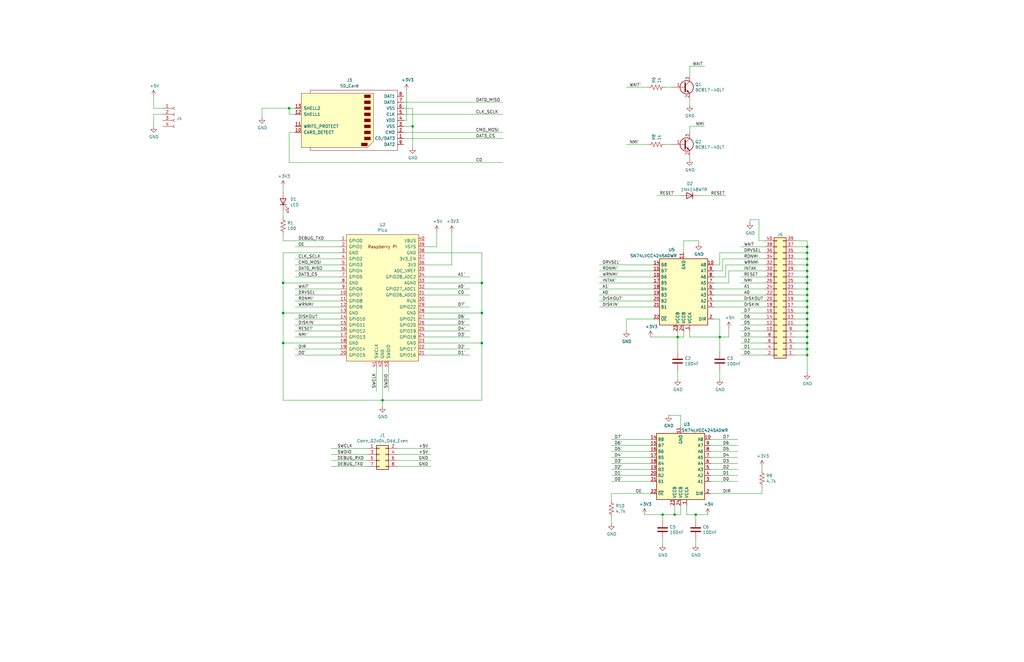
<source format=kicad_sch>
(kicad_sch (version 20211123) (generator eeschema)
  (paper "B")
  (lib_symbols
    (symbol "Connector:Conn_01x04_Female" (pin_names (offset 1.016) hide)
      (property "Reference" "J" (at 0 5.08 0))
      (property "Value" "Conn_01x04_Female" (at 0 -7.62 0))
      (symbol "Conn_01x04_Female_1_1"
        (arc (start 0 -4.572) (mid -0.508 -5.08) (end 0 -5.588) (stroke (width 0.1524)))
        (arc (start 0 -2.032) (mid -0.508 -2.54) (end 0 -3.048) (stroke (width 0.1524)))
        (polyline (pts (xy -1.27 -5.08) (xy -0.508 -5.08)) (stroke (width 0.1524)))
        (polyline (pts (xy -1.27 -2.54) (xy -0.508 -2.54)) (stroke (width 0.1524)))
        (polyline (pts (xy -1.27 0) (xy -0.508 0)) (stroke (width 0.1524)))
        (polyline (pts (xy -1.27 2.54) (xy -0.508 2.54)) (stroke (width 0.1524)))
        (arc (start 0 0.508) (mid -0.508 0) (end 0 -0.508) (stroke (width 0.1524)))
        (arc (start 0 3.048) (mid -0.508 2.54) (end 0 2.032) (stroke (width 0.1524)))
        (pin passive line (at -5.08 2.54 0) (length 3.81) (name "Pin_1") (number "1"))
        (pin passive line (at -5.08 0 0) (length 3.81) (name "Pin_2") (number "2"))
        (pin passive line (at -5.08 -2.54 0) (length 3.81) (name "Pin_3") (number "3"))
        (pin passive line (at -5.08 -5.08 0) (length 3.81) (name "Pin_4") (number "4"))
      )
    )
    (symbol "Connector:SD_Card" (pin_names (offset 1.016))
      (property "Reference" "J" (at -16.51 13.97 0))
      (property "Value" "SD_Card" (at 15.24 -13.97 0))
      (symbol "SD_Card_0_1"
        (rectangle (start -8.89 -9.525) (end -6.35 -10.795) (fill (type outline)))
        (rectangle (start -8.89 -6.985) (end -6.35 -8.255) (fill (type outline)))
        (rectangle (start -8.89 -4.445) (end -6.35 -5.715) (fill (type outline)))
        (rectangle (start -8.89 -1.905) (end -6.35 -3.175) (fill (type outline)))
        (rectangle (start -8.89 0.635) (end -6.35 -0.635) (fill (type outline)))
        (rectangle (start -8.89 3.175) (end -6.35 1.905) (fill (type outline)))
        (rectangle (start -8.89 5.715) (end -6.35 4.445) (fill (type outline)))
        (rectangle (start -8.89 8.255) (end -6.35 6.985) (fill (type outline)))
        (rectangle (start -7.62 10.795) (end -5.08 9.525) (fill (type outline)))
        (polyline (pts (xy -10.16 8.89) (xy -7.62 11.43) (xy 20.32 11.43) (xy 20.32 -11.43) (xy -10.16 -11.43) (xy -10.16 8.89)) (fill (type background)))
        (polyline (pts (xy 16.51 11.43) (xy 16.51 12.7) (xy -20.32 12.7) (xy -20.32 -12.7) (xy 16.51 -12.7) (xy 16.51 -11.43)))
      )
      (symbol "SD_Card_1_1"
        (pin input line (at -22.86 7.62 0) (length 2.54) (name "CD/DAT3") (number "1"))
        (pin input line (at 22.86 5.08 180) (length 2.54) (name "CARD_DETECT") (number "10"))
        (pin input line (at 22.86 2.54 180) (length 2.54) (name "WRITE_PROTECT") (number "11"))
        (pin input line (at 22.86 -2.54 180) (length 2.54) (name "SHELL1") (number "12"))
        (pin input line (at 22.86 -5.08 180) (length 2.54) (name "SHELL2") (number "13"))
        (pin input line (at -22.86 5.08 0) (length 2.54) (name "CMD") (number "2"))
        (pin power_in line (at -22.86 2.54 0) (length 2.54) (name "VSS") (number "3"))
        (pin power_in line (at -22.86 0 0) (length 2.54) (name "VDD") (number "4"))
        (pin input line (at -22.86 -2.54 0) (length 2.54) (name "CLK") (number "5"))
        (pin power_in line (at -22.86 -5.08 0) (length 2.54) (name "VSS") (number "6"))
        (pin input line (at -22.86 -7.62 0) (length 2.54) (name "DAT0") (number "7"))
        (pin input line (at -22.86 -10.16 0) (length 2.54) (name "DAT1") (number "8"))
        (pin input line (at -22.86 10.16 0) (length 2.54) (name "DAT2") (number "9"))
      )
    )
    (symbol "Connector_Generic:Conn_02x04_Odd_Even" (pin_names (offset 1.016) hide)
      (property "Reference" "J" (at 1.27 5.08 0))
      (property "Value" "Conn_02x04_Odd_Even" (at 1.27 -7.62 0))
      (symbol "Conn_02x04_Odd_Even_1_1"
        (rectangle (start -1.27 -4.953) (end 0 -5.207) (stroke (width 0.1524)))
        (rectangle (start -1.27 -2.413) (end 0 -2.667) (stroke (width 0.1524)))
        (rectangle (start -1.27 0.127) (end 0 -0.127) (stroke (width 0.1524)))
        (rectangle (start -1.27 2.667) (end 0 2.413) (stroke (width 0.1524)))
        (rectangle (start -1.27 3.81) (end 3.81 -6.35) (stroke (width 0.254)) (fill (type background)))
        (rectangle (start 3.81 -4.953) (end 2.54 -5.207) (stroke (width 0.1524)))
        (rectangle (start 3.81 -2.413) (end 2.54 -2.667) (stroke (width 0.1524)))
        (rectangle (start 3.81 0.127) (end 2.54 -0.127) (stroke (width 0.1524)))
        (rectangle (start 3.81 2.667) (end 2.54 2.413) (stroke (width 0.1524)))
        (pin passive line (at -5.08 2.54 0) (length 3.81) (name "Pin_1") (number "1"))
        (pin passive line (at 7.62 2.54 180) (length 3.81) (name "Pin_2") (number "2"))
        (pin passive line (at -5.08 0 0) (length 3.81) (name "Pin_3") (number "3"))
        (pin passive line (at 7.62 0 180) (length 3.81) (name "Pin_4") (number "4"))
        (pin passive line (at -5.08 -2.54 0) (length 3.81) (name "Pin_5") (number "5"))
        (pin passive line (at 7.62 -2.54 180) (length 3.81) (name "Pin_6") (number "6"))
        (pin passive line (at -5.08 -5.08 0) (length 3.81) (name "Pin_7") (number "7"))
        (pin passive line (at 7.62 -5.08 180) (length 3.81) (name "Pin_8") (number "8"))
      )
    )
    (symbol "Connector_Generic:Conn_02x20_Odd_Even" (pin_names (offset 1.016) hide)
      (property "Reference" "J" (at 1.27 25.4 0))
      (property "Value" "Conn_02x20_Odd_Even" (at 1.27 -27.94 0))
      (symbol "Conn_02x20_Odd_Even_1_1"
        (rectangle (start -1.27 -25.273) (end 0 -25.527) (stroke (width 0.1524)))
        (rectangle (start -1.27 -22.733) (end 0 -22.987) (stroke (width 0.1524)))
        (rectangle (start -1.27 -20.193) (end 0 -20.447) (stroke (width 0.1524)))
        (rectangle (start -1.27 -17.653) (end 0 -17.907) (stroke (width 0.1524)))
        (rectangle (start -1.27 -15.113) (end 0 -15.367) (stroke (width 0.1524)))
        (rectangle (start -1.27 -12.573) (end 0 -12.827) (stroke (width 0.1524)))
        (rectangle (start -1.27 -10.033) (end 0 -10.287) (stroke (width 0.1524)))
        (rectangle (start -1.27 -7.493) (end 0 -7.747) (stroke (width 0.1524)))
        (rectangle (start -1.27 -4.953) (end 0 -5.207) (stroke (width 0.1524)))
        (rectangle (start -1.27 -2.413) (end 0 -2.667) (stroke (width 0.1524)))
        (rectangle (start -1.27 0.127) (end 0 -0.127) (stroke (width 0.1524)))
        (rectangle (start -1.27 2.667) (end 0 2.413) (stroke (width 0.1524)))
        (rectangle (start -1.27 5.207) (end 0 4.953) (stroke (width 0.1524)))
        (rectangle (start -1.27 7.747) (end 0 7.493) (stroke (width 0.1524)))
        (rectangle (start -1.27 10.287) (end 0 10.033) (stroke (width 0.1524)))
        (rectangle (start -1.27 12.827) (end 0 12.573) (stroke (width 0.1524)))
        (rectangle (start -1.27 15.367) (end 0 15.113) (stroke (width 0.1524)))
        (rectangle (start -1.27 17.907) (end 0 17.653) (stroke (width 0.1524)))
        (rectangle (start -1.27 20.447) (end 0 20.193) (stroke (width 0.1524)))
        (rectangle (start -1.27 22.987) (end 0 22.733) (stroke (width 0.1524)))
        (rectangle (start -1.27 24.13) (end 3.81 -26.67) (stroke (width 0.254)) (fill (type background)))
        (rectangle (start 3.81 -25.273) (end 2.54 -25.527) (stroke (width 0.1524)))
        (rectangle (start 3.81 -22.733) (end 2.54 -22.987) (stroke (width 0.1524)))
        (rectangle (start 3.81 -20.193) (end 2.54 -20.447) (stroke (width 0.1524)))
        (rectangle (start 3.81 -17.653) (end 2.54 -17.907) (stroke (width 0.1524)))
        (rectangle (start 3.81 -15.113) (end 2.54 -15.367) (stroke (width 0.1524)))
        (rectangle (start 3.81 -12.573) (end 2.54 -12.827) (stroke (width 0.1524)))
        (rectangle (start 3.81 -10.033) (end 2.54 -10.287) (stroke (width 0.1524)))
        (rectangle (start 3.81 -7.493) (end 2.54 -7.747) (stroke (width 0.1524)))
        (rectangle (start 3.81 -4.953) (end 2.54 -5.207) (stroke (width 0.1524)))
        (rectangle (start 3.81 -2.413) (end 2.54 -2.667) (stroke (width 0.1524)))
        (rectangle (start 3.81 0.127) (end 2.54 -0.127) (stroke (width 0.1524)))
        (rectangle (start 3.81 2.667) (end 2.54 2.413) (stroke (width 0.1524)))
        (rectangle (start 3.81 5.207) (end 2.54 4.953) (stroke (width 0.1524)))
        (rectangle (start 3.81 7.747) (end 2.54 7.493) (stroke (width 0.1524)))
        (rectangle (start 3.81 10.287) (end 2.54 10.033) (stroke (width 0.1524)))
        (rectangle (start 3.81 12.827) (end 2.54 12.573) (stroke (width 0.1524)))
        (rectangle (start 3.81 15.367) (end 2.54 15.113) (stroke (width 0.1524)))
        (rectangle (start 3.81 17.907) (end 2.54 17.653) (stroke (width 0.1524)))
        (rectangle (start 3.81 20.447) (end 2.54 20.193) (stroke (width 0.1524)))
        (rectangle (start 3.81 22.987) (end 2.54 22.733) (stroke (width 0.1524)))
        (pin passive line (at -5.08 22.86 0) (length 3.81) (name "Pin_1") (number "1"))
        (pin passive line (at 7.62 12.7 180) (length 3.81) (name "Pin_10") (number "10"))
        (pin passive line (at -5.08 10.16 0) (length 3.81) (name "Pin_11") (number "11"))
        (pin passive line (at 7.62 10.16 180) (length 3.81) (name "Pin_12") (number "12"))
        (pin passive line (at -5.08 7.62 0) (length 3.81) (name "Pin_13") (number "13"))
        (pin passive line (at 7.62 7.62 180) (length 3.81) (name "Pin_14") (number "14"))
        (pin passive line (at -5.08 5.08 0) (length 3.81) (name "Pin_15") (number "15"))
        (pin passive line (at 7.62 5.08 180) (length 3.81) (name "Pin_16") (number "16"))
        (pin passive line (at -5.08 2.54 0) (length 3.81) (name "Pin_17") (number "17"))
        (pin passive line (at 7.62 2.54 180) (length 3.81) (name "Pin_18") (number "18"))
        (pin passive line (at -5.08 0 0) (length 3.81) (name "Pin_19") (number "19"))
        (pin passive line (at 7.62 22.86 180) (length 3.81) (name "Pin_2") (number "2"))
        (pin passive line (at 7.62 0 180) (length 3.81) (name "Pin_20") (number "20"))
        (pin passive line (at -5.08 -2.54 0) (length 3.81) (name "Pin_21") (number "21"))
        (pin passive line (at 7.62 -2.54 180) (length 3.81) (name "Pin_22") (number "22"))
        (pin passive line (at -5.08 -5.08 0) (length 3.81) (name "Pin_23") (number "23"))
        (pin passive line (at 7.62 -5.08 180) (length 3.81) (name "Pin_24") (number "24"))
        (pin passive line (at -5.08 -7.62 0) (length 3.81) (name "Pin_25") (number "25"))
        (pin passive line (at 7.62 -7.62 180) (length 3.81) (name "Pin_26") (number "26"))
        (pin passive line (at -5.08 -10.16 0) (length 3.81) (name "Pin_27") (number "27"))
        (pin passive line (at 7.62 -10.16 180) (length 3.81) (name "Pin_28") (number "28"))
        (pin passive line (at -5.08 -12.7 0) (length 3.81) (name "Pin_29") (number "29"))
        (pin passive line (at -5.08 20.32 0) (length 3.81) (name "Pin_3") (number "3"))
        (pin passive line (at 7.62 -12.7 180) (length 3.81) (name "Pin_30") (number "30"))
        (pin passive line (at -5.08 -15.24 0) (length 3.81) (name "Pin_31") (number "31"))
        (pin passive line (at 7.62 -15.24 180) (length 3.81) (name "Pin_32") (number "32"))
        (pin passive line (at -5.08 -17.78 0) (length 3.81) (name "Pin_33") (number "33"))
        (pin passive line (at 7.62 -17.78 180) (length 3.81) (name "Pin_34") (number "34"))
        (pin passive line (at -5.08 -20.32 0) (length 3.81) (name "Pin_35") (number "35"))
        (pin passive line (at 7.62 -20.32 180) (length 3.81) (name "Pin_36") (number "36"))
        (pin passive line (at -5.08 -22.86 0) (length 3.81) (name "Pin_37") (number "37"))
        (pin passive line (at 7.62 -22.86 180) (length 3.81) (name "Pin_38") (number "38"))
        (pin passive line (at -5.08 -25.4 0) (length 3.81) (name "Pin_39") (number "39"))
        (pin passive line (at 7.62 20.32 180) (length 3.81) (name "Pin_4") (number "4"))
        (pin passive line (at 7.62 -25.4 180) (length 3.81) (name "Pin_40") (number "40"))
        (pin passive line (at -5.08 17.78 0) (length 3.81) (name "Pin_5") (number "5"))
        (pin passive line (at 7.62 17.78 180) (length 3.81) (name "Pin_6") (number "6"))
        (pin passive line (at -5.08 15.24 0) (length 3.81) (name "Pin_7") (number "7"))
        (pin passive line (at 7.62 15.24 180) (length 3.81) (name "Pin_8") (number "8"))
        (pin passive line (at -5.08 12.7 0) (length 3.81) (name "Pin_9") (number "9"))
      )
    )
    (symbol "Device:C" (pin_numbers hide) (pin_names (offset 0.254))
      (property "Reference" "C" (at 0.635 2.54 0))
      (property "Value" "C" (at 0.635 -2.54 0))
      (symbol "C_0_1"
        (polyline (pts (xy -2.032 -0.762) (xy 2.032 -0.762)) (stroke (width 0.508)))
        (polyline (pts (xy -2.032 0.762) (xy 2.032 0.762)) (stroke (width 0.508)))
      )
      (symbol "C_1_1"
        (pin passive line (at 0 3.81 270) (length 2.794) (name "~") (number "1"))
        (pin passive line (at 0 -3.81 90) (length 2.794) (name "~") (number "2"))
      )
    )
    (symbol "Device:LED" (pin_numbers hide) (pin_names (offset 1.016) hide)
      (property "Reference" "D" (at 0 2.54 0))
      (property "Value" "LED" (at 0 -2.54 0))
      (symbol "LED_0_1"
        (polyline (pts (xy -1.27 -1.27) (xy -1.27 1.27)) (stroke (width 0.254)))
        (polyline (pts (xy -1.27 0) (xy 1.27 0)))
        (polyline (pts (xy 1.27 -1.27) (xy 1.27 1.27) (xy -1.27 0) (xy 1.27 -1.27)) (stroke (width 0.254)))
        (polyline (pts (xy -3.048 -0.762) (xy -4.572 -2.286) (xy -3.81 -2.286) (xy -4.572 -2.286) (xy -4.572 -1.524)))
        (polyline (pts (xy -1.778 -0.762) (xy -3.302 -2.286) (xy -2.54 -2.286) (xy -3.302 -2.286) (xy -3.302 -1.524)))
      )
      (symbol "LED_1_1"
        (pin passive line (at -3.81 0 0) (length 2.54) (name "K") (number "1"))
        (pin passive line (at 3.81 0 180) (length 2.54) (name "A") (number "2"))
      )
    )
    (symbol "Device:R_US" (pin_numbers hide) (pin_names (offset 0))
      (property "Reference" "R" (at 2.54 0 90))
      (property "Value" "R_US" (at -2.54 0 90))
      (symbol "R_US_0_1"
        (polyline (pts (xy 0 -2.286) (xy 0 -2.54)))
        (polyline (pts (xy 0 2.286) (xy 0 2.54)))
        (polyline (pts (xy 0 -0.762) (xy 1.016 -1.143) (xy 0 -1.524) (xy -1.016 -1.905) (xy 0 -2.286)))
        (polyline (pts (xy 0 0.762) (xy 1.016 0.381) (xy 0 0) (xy -1.016 -0.381) (xy 0 -0.762)))
        (polyline (pts (xy 0 2.286) (xy 1.016 1.905) (xy 0 1.524) (xy -1.016 1.143) (xy 0 0.762)))
      )
      (symbol "R_US_1_1"
        (pin passive line (at 0 3.81 270) (length 1.27) (name "~") (number "1"))
        (pin passive line (at 0 -3.81 90) (length 1.27) (name "~") (number "2"))
      )
    )
    (symbol "Diode:1N914" (pin_numbers hide) (pin_names (offset 1.016) hide)
      (property "Reference" "D" (at 0 2.54 0))
      (property "Value" "1N914" (at 0 -2.54 0))
      (symbol "1N914_0_1"
        (polyline (pts (xy -1.27 1.27) (xy -1.27 -1.27)) (stroke (width 0.254)))
        (polyline (pts (xy 1.27 0) (xy -1.27 0)))
        (polyline (pts (xy 1.27 1.27) (xy 1.27 -1.27) (xy -1.27 0) (xy 1.27 1.27)) (stroke (width 0.254)))
      )
      (symbol "1N914_1_1"
        (pin passive line (at -3.81 0 0) (length 2.54) (name "K") (number "1"))
        (pin passive line (at 3.81 0 180) (length 2.54) (name "A") (number "2"))
      )
    )
    (symbol "Logic_LevelTranslator:SN74AVC8T245PW"
      (property "Reference" "U" (at -8.89 13.97 0))
      (property "Value" "SN74AVC8T245PW" (at 12.7 13.97 0))
      (symbol "SN74AVC8T245PW_0_1"
        (rectangle (start -10.16 12.7) (end 10.16 -15.24) (stroke (width 0.254)) (fill (type background)))
      )
      (symbol "SN74AVC8T245PW_1_1"
        (pin power_in line (at -2.54 15.24 270) (length 2.54) (name "VCCA") (number "1"))
        (pin bidirectional line (at -12.7 -12.7 0) (length 2.54) (name "A8") (number "10"))
        (pin power_in line (at 0 -17.78 90) (length 2.54) (name "GND") (number "11"))
        (pin passive line (at 0 -17.78 90) (length 2.54) hide (name "GND") (number "12"))
        (pin passive line (at 0 -17.78 90) (length 2.54) hide (name "GND") (number "13"))
        (pin bidirectional line (at 12.7 -12.7 180) (length 2.54) (name "B8") (number "14"))
        (pin bidirectional line (at 12.7 -10.16 180) (length 2.54) (name "B7") (number "15"))
        (pin bidirectional line (at 12.7 -7.62 180) (length 2.54) (name "B6") (number "16"))
        (pin bidirectional line (at 12.7 -5.08 180) (length 2.54) (name "B5") (number "17"))
        (pin bidirectional line (at 12.7 -2.54 180) (length 2.54) (name "B4") (number "18"))
        (pin bidirectional line (at 12.7 0 180) (length 2.54) (name "B3") (number "19"))
        (pin input line (at -12.7 10.16 0) (length 2.54) (name "DIR") (number "2"))
        (pin bidirectional line (at 12.7 2.54 180) (length 2.54) (name "B2") (number "20"))
        (pin bidirectional line (at 12.7 5.08 180) (length 2.54) (name "B1") (number "21"))
        (pin input line (at 12.7 10.16 180) (length 2.54) (name "~{OE}") (number "22"))
        (pin power_in line (at 2.54 15.24 270) (length 2.54) (name "VCCB") (number "23"))
        (pin power_in line (at 0 15.24 270) (length 2.54) (name "VCCB") (number "24"))
        (pin bidirectional line (at -12.7 5.08 0) (length 2.54) (name "A1") (number "3"))
        (pin bidirectional line (at -12.7 2.54 0) (length 2.54) (name "A2") (number "4"))
        (pin bidirectional line (at -12.7 0 0) (length 2.54) (name "A3") (number "5"))
        (pin bidirectional line (at -12.7 -2.54 0) (length 2.54) (name "A4") (number "6"))
        (pin bidirectional line (at -12.7 -5.08 0) (length 2.54) (name "A5") (number "7"))
        (pin bidirectional line (at -12.7 -7.62 0) (length 2.54) (name "A6") (number "8"))
        (pin bidirectional line (at -12.7 -10.16 0) (length 2.54) (name "A7") (number "9"))
      )
    )
    (symbol "MCU_PI_PICO:Pico" (pin_names (offset 1.016))
      (property "Reference" "U" (at -13.97 27.94 0))
      (property "Value" "Pico" (at 0 19.05 0))
      (symbol "Pico_0_0"
        (text "Raspberry Pi" (at 0 21.59 0) (effects (font (size 1.27 1.27))))
      )
      (symbol "Pico_0_1"
        (rectangle (start -15.24 26.67) (end 15.24 -26.67) (fill (type background)))
      )
      (symbol "Pico_1_1"
        (pin bidirectional line (at -17.78 24.13 0) (length 2.54) (name "GPIO0") (number "1"))
        (pin bidirectional line (at -17.78 1.27 0) (length 2.54) (name "GPIO7") (number "10"))
        (pin bidirectional line (at -17.78 -1.27 0) (length 2.54) (name "GPIO8") (number "11"))
        (pin bidirectional line (at -17.78 -3.81 0) (length 2.54) (name "GPIO9") (number "12"))
        (pin power_in line (at -17.78 -6.35 0) (length 2.54) (name "GND") (number "13"))
        (pin bidirectional line (at -17.78 -8.89 0) (length 2.54) (name "GPIO10") (number "14"))
        (pin bidirectional line (at -17.78 -11.43 0) (length 2.54) (name "GPIO11") (number "15"))
        (pin bidirectional line (at -17.78 -13.97 0) (length 2.54) (name "GPIO12") (number "16"))
        (pin bidirectional line (at -17.78 -16.51 0) (length 2.54) (name "GPIO13") (number "17"))
        (pin power_in line (at -17.78 -19.05 0) (length 2.54) (name "GND") (number "18"))
        (pin bidirectional line (at -17.78 -21.59 0) (length 2.54) (name "GPIO14") (number "19"))
        (pin bidirectional line (at -17.78 21.59 0) (length 2.54) (name "GPIO1") (number "2"))
        (pin bidirectional line (at -17.78 -24.13 0) (length 2.54) (name "GPIO15") (number "20"))
        (pin bidirectional line (at 17.78 -24.13 180) (length 2.54) (name "GPIO16") (number "21"))
        (pin bidirectional line (at 17.78 -21.59 180) (length 2.54) (name "GPIO17") (number "22"))
        (pin power_in line (at 17.78 -19.05 180) (length 2.54) (name "GND") (number "23"))
        (pin bidirectional line (at 17.78 -16.51 180) (length 2.54) (name "GPIO18") (number "24"))
        (pin bidirectional line (at 17.78 -13.97 180) (length 2.54) (name "GPIO19") (number "25"))
        (pin bidirectional line (at 17.78 -11.43 180) (length 2.54) (name "GPIO20") (number "26"))
        (pin bidirectional line (at 17.78 -8.89 180) (length 2.54) (name "GPIO21") (number "27"))
        (pin power_in line (at 17.78 -6.35 180) (length 2.54) (name "GND") (number "28"))
        (pin bidirectional line (at 17.78 -3.81 180) (length 2.54) (name "GPIO22") (number "29"))
        (pin power_in line (at -17.78 19.05 0) (length 2.54) (name "GND") (number "3"))
        (pin input line (at 17.78 -1.27 180) (length 2.54) (name "RUN") (number "30"))
        (pin bidirectional line (at 17.78 1.27 180) (length 2.54) (name "GPIO26_ADC0") (number "31"))
        (pin bidirectional line (at 17.78 3.81 180) (length 2.54) (name "GPIO27_ADC1") (number "32"))
        (pin power_in line (at 17.78 6.35 180) (length 2.54) (name "AGND") (number "33"))
        (pin bidirectional line (at 17.78 8.89 180) (length 2.54) (name "GPIO28_ADC2") (number "34"))
        (pin unspecified line (at 17.78 11.43 180) (length 2.54) (name "ADC_VREF") (number "35"))
        (pin unspecified line (at 17.78 13.97 180) (length 2.54) (name "3V3") (number "36"))
        (pin input line (at 17.78 16.51 180) (length 2.54) (name "3V3_EN") (number "37"))
        (pin bidirectional line (at 17.78 19.05 180) (length 2.54) (name "GND") (number "38"))
        (pin unspecified line (at 17.78 21.59 180) (length 2.54) (name "VSYS") (number "39"))
        (pin bidirectional line (at -17.78 16.51 0) (length 2.54) (name "GPIO2") (number "4"))
        (pin unspecified line (at 17.78 24.13 180) (length 2.54) (name "VBUS") (number "40"))
        (pin input line (at -2.54 -29.21 90) (length 2.54) (name "SWCLK") (number "41"))
        (pin power_in line (at 0 -29.21 90) (length 2.54) (name "GND") (number "42"))
        (pin bidirectional line (at 2.54 -29.21 90) (length 2.54) (name "SWDIO") (number "43"))
        (pin bidirectional line (at -17.78 13.97 0) (length 2.54) (name "GPIO3") (number "5"))
        (pin bidirectional line (at -17.78 11.43 0) (length 2.54) (name "GPIO4") (number "6"))
        (pin bidirectional line (at -17.78 8.89 0) (length 2.54) (name "GPIO5") (number "7"))
        (pin power_in line (at -17.78 6.35 0) (length 2.54) (name "GND") (number "8"))
        (pin bidirectional line (at -17.78 3.81 0) (length 2.54) (name "GPIO6") (number "9"))
      )
    )
    (symbol "Transistor_BJT:BC817" (pin_names (offset 0) hide)
      (property "Reference" "Q" (at 5.08 1.905 0))
      (property "Value" "BC817" (at 5.08 0 0))
      (symbol "BC817_0_1"
        (polyline (pts (xy 0.635 0.635) (xy 2.54 2.54)))
        (polyline (pts (xy 0.635 -0.635) (xy 2.54 -2.54) (xy 2.54 -2.54)))
        (polyline (pts (xy 0.635 1.905) (xy 0.635 -1.905) (xy 0.635 -1.905)) (stroke (width 0.508)))
        (polyline (pts (xy 1.27 -1.778) (xy 1.778 -1.27) (xy 2.286 -2.286) (xy 1.27 -1.778) (xy 1.27 -1.778)) (fill (type outline)))
        (circle (center 1.27 0) (radius 2.8194) (stroke (width 0.254)))
      )
      (symbol "BC817_1_1"
        (pin input line (at -5.08 0 0) (length 5.715) (name "B") (number "1"))
        (pin passive line (at 2.54 -5.08 90) (length 2.54) (name "E") (number "2"))
        (pin passive line (at 2.54 5.08 270) (length 2.54) (name "C") (number "3"))
      )
    )
    (symbol "power:+3.3V" (power) (pin_names (offset 0))
      (property "Value" "+3.3V" (at 0 3.556 0))
      (symbol "+3.3V_0_1"
        (polyline (pts (xy -0.762 1.27) (xy 0 2.54)))
        (polyline (pts (xy 0 0) (xy 0 2.54)))
        (polyline (pts (xy 0 2.54) (xy 0.762 1.27)))
      )
      (symbol "+3.3V_1_1"
        (pin power_in line (at 0 0 90) (length 0) hide (name "+3V3") (number "1"))
      )
    )
    (symbol "power:+5V" (power) (pin_names (offset 0))
      (property "Value" "+5V" (at 0 3.556 0))
      (symbol "+5V_0_1"
        (polyline (pts (xy -0.762 1.27) (xy 0 2.54)))
        (polyline (pts (xy 0 0) (xy 0 2.54)))
        (polyline (pts (xy 0 2.54) (xy 0.762 1.27)))
      )
      (symbol "+5V_1_1"
        (pin power_in line (at 0 0 90) (length 0) hide (name "+5V") (number "1"))
      )
    )
    (symbol "power:GND" (power) (pin_names (offset 0))
      (property "Value" "GND" (at 0 -3.81 0))
      (symbol "GND_0_1"
        (polyline (pts (xy 0 0) (xy 0 -1.27) (xy 1.27 -1.27) (xy 0 -2.54) (xy -1.27 -1.27) (xy 0 -1.27)))
      )
      (symbol "GND_1_1"
        (pin power_in line (at 0 0 270) (length 0) hide (name "GND") (number "1"))
      )
    )
  )
  (junction (at 284.48 217.17))
  (junction (at 340.36 139.7))
  (junction (at 303.53 142.24))
  (junction (at 285.75 142.24))
  (junction (at 340.36 127))
  (junction (at 340.36 129.54))
  (junction (at 340.36 116.84))
  (junction (at 340.36 114.3))
  (junction (at 340.36 104.14))
  (junction (at 340.36 119.38))
  (junction (at 340.36 144.78))
  (junction (at 340.36 149.86))
  (junction (at 203.2 132.08))
  (junction (at 279.4 217.17))
  (junction (at 203.2 119.38))
  (junction (at 340.36 121.92))
  (junction (at 340.36 134.62))
  (junction (at 173.99 53.34))
  (junction (at 119.38 132.08))
  (junction (at 161.29 168.91))
  (junction (at 119.38 119.38))
  (junction (at 340.36 137.16))
  (junction (at 340.36 111.76))
  (junction (at 121.92 45.72))
  (junction (at 119.38 144.78))
  (junction (at 340.36 109.22))
  (junction (at 340.36 124.46))
  (junction (at 340.36 142.24))
  (junction (at 340.36 106.68))
  (junction (at 293.37 217.17))
  (junction (at 340.36 147.32))
  (junction (at 340.36 132.08))
  (junction (at 203.2 144.78))
  (wire (pts (xy 293.37 229.87) (xy 293.37 227.33)))
  (wire (pts (xy 124.46 55.88) (xy 121.92 55.88)))
  (wire (pts (xy 340.36 132.08) (xy 340.36 129.54)))
  (wire (pts (xy 173.99 45.72) (xy 173.99 53.34)))
  (wire (pts (xy 340.36 147.32) (xy 340.36 144.78)))
  (wire (pts (xy 303.53 134.62) (xy 303.53 142.24)))
  (wire (pts (xy 316.23 92.71) (xy 316.23 93.98)))
  (wire (pts (xy 179.07 119.38) (xy 203.2 119.38)))
  (wire (pts (xy 340.36 157.48) (xy 340.36 149.86)))
  (wire (pts (xy 119.38 81.28) (xy 119.38 78.74)))
  (wire (pts (xy 252.73 121.92) (xy 275.59 121.92)))
  (wire (pts (xy 300.99 129.54) (xy 322.58 129.54)))
  (wire (pts (xy 203.2 144.78) (xy 203.2 168.91)))
  (wire (pts (xy 340.36 101.6) (xy 335.28 101.6)))
  (wire (pts (xy 143.51 127) (xy 124.46 127)))
  (wire (pts (xy 143.51 137.16) (xy 124.46 137.16)))
  (wire (pts (xy 290.83 53.34) (xy 297.18 53.34)))
  (wire (pts (xy 173.99 62.23) (xy 173.99 53.34)))
  (wire (pts (xy 290.83 44.45) (xy 290.83 41.91)))
  (wire (pts (xy 335.28 132.08) (xy 340.36 132.08)))
  (wire (pts (xy 340.36 119.38) (xy 340.36 116.84)))
  (wire (pts (xy 264.16 134.62) (xy 264.16 139.7)))
  (wire (pts (xy 119.38 119.38) (xy 143.51 119.38)))
  (wire (pts (xy 335.28 139.7) (xy 340.36 139.7)))
  (wire (pts (xy 311.15 195.58) (xy 299.72 195.58)))
  (wire (pts (xy 290.83 55.88) (xy 290.83 53.34)))
  (wire (pts (xy 119.38 101.6) (xy 119.38 99.06)))
  (wire (pts (xy 179.07 149.86) (xy 198.12 149.86)))
  (wire (pts (xy 279.4 219.71) (xy 279.4 217.17)))
  (wire (pts (xy 179.07 111.76) (xy 190.5 111.76)))
  (wire (pts (xy 335.28 137.16) (xy 340.36 137.16)))
  (wire (pts (xy 264.16 60.96) (xy 273.05 60.96)))
  (wire (pts (xy 143.51 111.76) (xy 124.46 111.76)))
  (wire (pts (xy 274.32 190.5) (xy 257.81 190.5)))
  (wire (pts (xy 163.83 154.94) (xy 163.83 165.1)))
  (wire (pts (xy 335.28 147.32) (xy 340.36 147.32)))
  (wire (pts (xy 335.28 106.68) (xy 340.36 106.68)))
  (wire (pts (xy 161.29 168.91) (xy 203.2 168.91)))
  (wire (pts (xy 203.2 119.38) (xy 203.2 132.08)))
  (wire (pts (xy 179.07 147.32) (xy 198.12 147.32)))
  (wire (pts (xy 179.07 134.62) (xy 198.12 134.62)))
  (wire (pts (xy 167.64 191.77) (xy 181.61 191.77)))
  (wire (pts (xy 119.38 144.78) (xy 119.38 168.91)))
  (wire (pts (xy 154.94 189.23) (xy 139.7 189.23)))
  (wire (pts (xy 119.38 106.68) (xy 119.38 119.38)))
  (wire (pts (xy 312.42 149.86) (xy 322.58 149.86)))
  (wire (pts (xy 307.34 114.3) (xy 307.34 119.38)))
  (wire (pts (xy 158.75 154.94) (xy 158.75 165.1)))
  (wire (pts (xy 252.73 124.46) (xy 275.59 124.46)))
  (wire (pts (xy 179.07 137.16) (xy 198.12 137.16)))
  (wire (pts (xy 143.51 142.24) (xy 124.46 142.24)))
  (wire (pts (xy 294.64 102.87) (xy 294.64 101.6)))
  (wire (pts (xy 190.5 97.79) (xy 190.5 111.76)))
  (wire (pts (xy 322.58 127) (xy 300.99 127)))
  (wire (pts (xy 284.48 213.36) (xy 284.48 217.17)))
  (wire (pts (xy 161.29 168.91) (xy 161.29 171.45)))
  (wire (pts (xy 340.36 134.62) (xy 340.36 132.08)))
  (wire (pts (xy 173.99 53.34) (xy 170.18 53.34)))
  (wire (pts (xy 179.07 144.78) (xy 203.2 144.78)))
  (wire (pts (xy 290.83 142.24) (xy 303.53 142.24)))
  (wire (pts (xy 311.15 200.66) (xy 299.72 200.66)))
  (wire (pts (xy 143.51 116.84) (xy 124.46 116.84)))
  (wire (pts (xy 288.29 106.68) (xy 288.29 101.6)))
  (wire (pts (xy 143.51 104.14) (xy 124.46 104.14)))
  (wire (pts (xy 290.83 139.7) (xy 290.83 142.24)))
  (wire (pts (xy 290.83 31.75) (xy 290.83 27.94)))
  (wire (pts (xy 124.46 45.72) (xy 121.92 45.72)))
  (wire (pts (xy 290.83 67.31) (xy 290.83 66.04)))
  (wire (pts (xy 121.92 68.58) (xy 212.09 68.58)))
  (wire (pts (xy 340.36 149.86) (xy 340.36 147.32)))
  (wire (pts (xy 143.51 129.54) (xy 124.46 129.54)))
  (wire (pts (xy 143.51 134.62) (xy 124.46 134.62)))
  (wire (pts (xy 167.64 194.31) (xy 181.61 194.31)))
  (wire (pts (xy 170.18 48.26) (xy 212.09 48.26)))
  (wire (pts (xy 257.81 198.12) (xy 274.32 198.12)))
  (wire (pts (xy 184.15 97.79) (xy 184.15 104.14)))
  (wire (pts (xy 281.94 175.26) (xy 287.02 175.26)))
  (wire (pts (xy 306.07 111.76) (xy 306.07 116.84)))
  (wire (pts (xy 340.36 109.22) (xy 340.36 106.68)))
  (wire (pts (xy 179.07 139.7) (xy 198.12 139.7)))
  (wire (pts (xy 252.73 111.76) (xy 275.59 111.76)))
  (wire (pts (xy 294.64 101.6) (xy 288.29 101.6)))
  (wire (pts (xy 340.36 111.76) (xy 340.36 109.22)))
  (wire (pts (xy 322.58 109.22) (xy 304.8 109.22)))
  (wire (pts (xy 121.92 48.26) (xy 121.92 45.72)))
  (wire (pts (xy 340.36 121.92) (xy 340.36 119.38)))
  (wire (pts (xy 299.72 203.2) (xy 311.15 203.2)))
  (wire (pts (xy 264.16 36.83) (xy 273.05 36.83)))
  (wire (pts (xy 276.86 82.55) (xy 287.02 82.55)))
  (wire (pts (xy 64.77 48.26) (xy 64.77 53.34)))
  (wire (pts (xy 320.04 101.6) (xy 320.04 92.71)))
  (wire (pts (xy 299.72 193.04) (xy 311.15 193.04)))
  (wire (pts (xy 119.38 168.91) (xy 161.29 168.91)))
  (wire (pts (xy 322.58 114.3) (xy 307.34 114.3)))
  (wire (pts (xy 119.38 132.08) (xy 143.51 132.08)))
  (wire (pts (xy 274.32 195.58) (xy 257.81 195.58)))
  (wire (pts (xy 279.4 229.87) (xy 279.4 227.33)))
  (wire (pts (xy 124.46 147.32) (xy 143.51 147.32)))
  (wire (pts (xy 203.2 106.68) (xy 203.2 119.38)))
  (wire (pts (xy 161.29 154.94) (xy 161.29 168.91)))
  (wire (pts (xy 143.51 109.22) (xy 124.46 109.22)))
  (wire (pts (xy 271.78 217.17) (xy 279.4 217.17)))
  (wire (pts (xy 299.72 187.96) (xy 311.15 187.96)))
  (wire (pts (xy 293.37 217.17) (xy 298.45 217.17)))
  (wire (pts (xy 335.28 129.54) (xy 340.36 129.54)))
  (wire (pts (xy 121.92 55.88) (xy 121.92 68.58)))
  (wire (pts (xy 335.28 114.3) (xy 340.36 114.3)))
  (wire (pts (xy 335.28 104.14) (xy 340.36 104.14)))
  (wire (pts (xy 293.37 219.71) (xy 293.37 217.17)))
  (wire (pts (xy 121.92 45.72) (xy 110.49 45.72)))
  (wire (pts (xy 257.81 203.2) (xy 274.32 203.2)))
  (wire (pts (xy 335.28 142.24) (xy 340.36 142.24)))
  (wire (pts (xy 64.77 45.72) (xy 64.77 40.64)))
  (wire (pts (xy 170.18 43.18) (xy 212.09 43.18)))
  (wire (pts (xy 340.36 114.3) (xy 340.36 111.76)))
  (wire (pts (xy 257.81 208.28) (xy 274.32 208.28)))
  (wire (pts (xy 322.58 142.24) (xy 312.42 142.24)))
  (wire (pts (xy 167.64 196.85) (xy 181.61 196.85)))
  (wire (pts (xy 322.58 137.16) (xy 312.42 137.16)))
  (wire (pts (xy 257.81 185.42) (xy 274.32 185.42)))
  (wire (pts (xy 307.34 138.43) (xy 307.34 142.24)))
  (wire (pts (xy 335.28 116.84) (xy 340.36 116.84)))
  (wire (pts (xy 287.02 217.17) (xy 287.02 213.36)))
  (wire (pts (xy 119.38 132.08) (xy 119.38 144.78)))
  (wire (pts (xy 289.56 213.36) (xy 289.56 217.17)))
  (wire (pts (xy 288.29 142.24) (xy 288.29 139.7)))
  (wire (pts (xy 335.28 127) (xy 340.36 127)))
  (wire (pts (xy 340.36 116.84) (xy 340.36 114.3)))
  (wire (pts (xy 119.38 119.38) (xy 119.38 132.08)))
  (wire (pts (xy 154.94 196.85) (xy 139.7 196.85)))
  (wire (pts (xy 294.64 82.55) (xy 306.07 82.55)))
  (wire (pts (xy 257.81 218.44) (xy 257.81 220.98)))
  (wire (pts (xy 252.73 116.84) (xy 275.59 116.84)))
  (wire (pts (xy 303.53 111.76) (xy 300.99 111.76)))
  (wire (pts (xy 335.28 119.38) (xy 340.36 119.38)))
  (wire (pts (xy 335.28 109.22) (xy 340.36 109.22)))
  (wire (pts (xy 340.36 142.24) (xy 340.36 139.7)))
  (wire (pts (xy 290.83 27.94) (xy 297.18 27.94)))
  (wire (pts (xy 179.07 121.92) (xy 198.12 121.92)))
  (wire (pts (xy 274.32 187.96) (xy 257.81 187.96)))
  (wire (pts (xy 340.36 139.7) (xy 340.36 137.16)))
  (wire (pts (xy 312.42 144.78) (xy 322.58 144.78)))
  (wire (pts (xy 179.07 106.68) (xy 203.2 106.68)))
  (wire (pts (xy 340.36 144.78) (xy 340.36 142.24)))
  (wire (pts (xy 335.28 149.86) (xy 340.36 149.86)))
  (wire (pts (xy 335.28 121.92) (xy 340.36 121.92)))
  (wire (pts (xy 274.32 142.24) (xy 285.75 142.24)))
  (wire (pts (xy 322.58 104.14) (xy 312.42 104.14)))
  (wire (pts (xy 179.07 132.08) (xy 203.2 132.08)))
  (wire (pts (xy 322.58 106.68) (xy 303.53 106.68)))
  (wire (pts (xy 170.18 58.42) (xy 212.09 58.42)))
  (wire (pts (xy 300.99 134.62) (xy 303.53 134.62)))
  (wire (pts (xy 285.75 139.7) (xy 285.75 142.24)))
  (wire (pts (xy 143.51 101.6) (xy 119.38 101.6)))
  (wire (pts (xy 283.21 36.83) (xy 280.67 36.83)))
  (wire (pts (xy 311.15 190.5) (xy 299.72 190.5)))
  (wire (pts (xy 304.8 114.3) (xy 300.99 114.3)))
  (wire (pts (xy 335.28 134.62) (xy 340.36 134.62)))
  (wire (pts (xy 335.28 111.76) (xy 340.36 111.76)))
  (wire (pts (xy 300.99 124.46) (xy 322.58 124.46)))
  (wire (pts (xy 143.51 139.7) (xy 124.46 139.7)))
  (wire (pts (xy 167.64 189.23) (xy 181.61 189.23)))
  (wire (pts (xy 179.07 104.14) (xy 184.15 104.14)))
  (wire (pts (xy 257.81 210.82) (xy 257.81 208.28)))
  (wire (pts (xy 322.58 121.92) (xy 300.99 121.92)))
  (wire (pts (xy 307.34 119.38) (xy 300.99 119.38)))
  (wire (pts (xy 257.81 193.04) (xy 274.32 193.04)))
  (wire (pts (xy 283.21 60.96) (xy 280.67 60.96)))
  (wire (pts (xy 340.36 127) (xy 340.36 124.46)))
  (wire (pts (xy 322.58 119.38) (xy 312.42 119.38)))
  (wire (pts (xy 275.59 134.62) (xy 264.16 134.62)))
  (wire (pts (xy 179.07 116.84) (xy 198.12 116.84)))
  (wire (pts (xy 311.15 185.42) (xy 299.72 185.42)))
  (wire (pts (xy 252.73 129.54) (xy 275.59 129.54)))
  (wire (pts (xy 340.36 104.14) (xy 340.36 101.6)))
  (wire (pts (xy 340.36 124.46) (xy 340.36 121.92)))
  (wire (pts (xy 170.18 55.88) (xy 212.09 55.88)))
  (wire (pts (xy 284.48 217.17) (xy 287.02 217.17)))
  (wire (pts (xy 119.38 106.68) (xy 143.51 106.68)))
  (wire (pts (xy 170.18 45.72) (xy 173.99 45.72)))
  (wire (pts (xy 303.53 148.59) (xy 303.53 142.24)))
  (wire (pts (xy 143.51 124.46) (xy 124.46 124.46)))
  (wire (pts (xy 285.75 142.24) (xy 288.29 142.24)))
  (wire (pts (xy 321.31 196.85) (xy 321.31 198.12)))
  (wire (pts (xy 119.38 91.44) (xy 119.38 88.9)))
  (wire (pts (xy 335.28 144.78) (xy 340.36 144.78)))
  (wire (pts (xy 312.42 134.62) (xy 322.58 134.62)))
  (wire (pts (xy 252.73 127) (xy 275.59 127)))
  (wire (pts (xy 124.46 48.26) (xy 121.92 48.26)))
  (wire (pts (xy 303.53 142.24) (xy 307.34 142.24)))
  (wire (pts (xy 285.75 160.02) (xy 285.75 156.21)))
  (wire (pts (xy 340.36 137.16) (xy 340.36 134.62)))
  (wire (pts (xy 304.8 109.22) (xy 304.8 114.3)))
  (wire (pts (xy 340.36 106.68) (xy 340.36 104.14)))
  (wire (pts (xy 110.49 45.72) (xy 110.49 49.53)))
  (wire (pts (xy 203.2 132.08) (xy 203.2 144.78)))
  (wire (pts (xy 143.51 114.3) (xy 124.46 114.3)))
  (wire (pts (xy 312.42 139.7) (xy 322.58 139.7)))
  (wire (pts (xy 340.36 129.54) (xy 340.36 127)))
  (wire (pts (xy 68.58 45.72) (xy 64.77 45.72)))
  (wire (pts (xy 170.18 50.8) (xy 171.45 50.8)))
  (wire (pts (xy 171.45 50.8) (xy 171.45 38.1)))
  (wire (pts (xy 299.72 198.12) (xy 311.15 198.12)))
  (wire (pts (xy 306.07 116.84) (xy 300.99 116.84)))
  (wire (pts (xy 299.72 208.28) (xy 321.31 208.28)))
  (wire (pts (xy 287.02 175.26) (xy 287.02 180.34)))
  (wire (pts (xy 252.73 119.38) (xy 275.59 119.38)))
  (wire (pts (xy 303.53 106.68) (xy 303.53 111.76)))
  (wire (pts (xy 274.32 200.66) (xy 257.81 200.66)))
  (wire (pts (xy 279.4 217.17) (xy 284.48 217.17)))
  (wire (pts (xy 139.7 194.31) (xy 154.94 194.31)))
  (wire (pts (xy 289.56 217.17) (xy 293.37 217.17)))
  (wire (pts (xy 179.07 142.24) (xy 198.12 142.24)))
  (wire (pts (xy 124.46 149.86) (xy 143.51 149.86)))
  (wire (pts (xy 119.38 144.78) (xy 143.51 144.78)))
  (wire (pts (xy 321.31 208.28) (xy 321.31 205.74)))
  (wire (pts (xy 320.04 92.71) (xy 316.23 92.71)))
  (wire (pts (xy 198.12 124.46) (xy 179.07 124.46)))
  (wire (pts (xy 143.51 121.92) (xy 124.46 121.92)))
  (wire (pts (xy 322.58 101.6) (xy 320.04 101.6)))
  (wire (pts (xy 322.58 147.32) (xy 312.42 147.32)))
  (wire (pts (xy 68.58 48.26) (xy 64.77 48.26)))
  (wire (pts (xy 303.53 160.02) (xy 303.53 156.21)))
  (wire (pts (xy 322.58 111.76) (xy 306.07 111.76)))
  (wire (pts (xy 285.75 148.59) (xy 285.75 142.24)))
  (wire (pts (xy 322.58 116.84) (xy 312.42 116.84)))
  (wire (pts (xy 252.73 114.3) (xy 275.59 114.3)))
  (wire (pts (xy 179.07 129.54) (xy 198.12 129.54)))
  (wire (pts (xy 154.94 191.77) (xy 139.7 191.77)))
  (wire (pts (xy 335.28 124.46) (xy 340.36 124.46)))
  (wire (pts (xy 322.58 132.08) (xy 312.42 132.08)))
  (label "RESET" (at 313.69 116.84 0))
  (label "A0'" (at 254 124.46 0))
  (label "D5'" (at 193.04 137.16 0))
  (label "D2" (at 313.69 144.78 0))
  (label "DISKIN" (at 313.69 129.54 0))
  (label "D3" (at 313.69 142.24 0))
  (label "DIR" (at 304.8 208.28 0))
  (label "D6'" (at 193.04 134.62 0))
  (label "D7'" (at 259.08 185.42 0))
  (label "D1'" (at 259.08 200.66 0))
  (label "D2'" (at 193.04 147.32 0))
  (label "D5'" (at 259.08 190.5 0))
  (label "DRVSEL" (at 313.69 106.68 0))
  (label "D6'" (at 259.08 187.96 0))
  (label "DIR" (at 125.73 147.32 0))
  (label "DEBUG_TXD" (at 125.73 101.6 0))
  (label "D1" (at 304.8 200.66 0))
  (label "D7" (at 304.8 185.42 0))
  (label "WAIT" (at 313.69 104.14 0))
  (label "CLK_SCLK" (at 125.73 109.22 0))
  (label "INTAK" (at 313.69 114.3 0))
  (label "D6" (at 304.8 187.96 0))
  (label "A0" (at 313.69 124.46 0))
  (label "D0" (at 313.69 149.86 0))
  (label "D6" (at 313.69 134.62 0))
  (label "NMI" (at 293.37 53.34 0))
  (label "D4'" (at 259.08 193.04 0))
  (label "WAIT" (at 292.1 27.94 0))
  (label "D4" (at 304.8 193.04 0))
  (label "RDNMI'" (at 254 114.3 0))
  (label "CMD_MOSI" (at 125.73 111.76 0))
  (label "DAT0_MISO" (at 125.73 114.3 0))
  (label "OE" (at 125.73 104.14 0))
  (label "CLK_SCLK" (at 200.66 48.26 0))
  (label "GND" (at 176.53 194.31 0))
  (label "+5V" (at 176.53 191.77 0))
  (label "NMI'" (at 125.73 142.24 0))
  (label "CMD_MOSI" (at 200.66 55.88 0))
  (label "DISKIN'" (at 254 129.54 0))
  (label "D7'" (at 193.04 129.54 0))
  (label "WAIT'" (at 125.73 121.92 0))
  (label "D3" (at 304.8 195.58 0))
  (label "D2" (at 304.8 198.12 0))
  (label "DEBUG_RXD" (at 142.24 194.31 0))
  (label "D3'" (at 193.04 142.24 0))
  (label "RDNMI" (at 313.69 109.22 0))
  (label "D2'" (at 259.08 198.12 0))
  (label "DISKOUT'" (at 254 127 0))
  (label "DRVSEL'" (at 125.73 124.46 0))
  (label "D4'" (at 193.04 139.7 0))
  (label "NMI'" (at 265.43 60.96 0))
  (label "INTAK'" (at 254 119.38 0))
  (label "D5" (at 313.69 137.16 0))
  (label "WRNMI'" (at 125.73 129.54 0))
  (label "RDNMI'" (at 125.73 127 0))
  (label "CD" (at 193.04 124.46 0))
  (label "CD" (at 200.66 68.58 0))
  (label "SWCLK" (at 142.24 189.23 0))
  (label "D1'" (at 193.04 149.86 0))
  (label "+5V" (at 176.53 189.23 0))
  (label "A1'" (at 254 121.92 0))
  (label "D0" (at 304.8 203.2 0))
  (label "DEBUG_TXD" (at 142.24 196.85 0))
  (label "DISKIN'" (at 125.73 137.16 0))
  (label "DISKOUT" (at 313.69 127 0))
  (label "D7" (at 313.69 132.08 0))
  (label "D0'" (at 259.08 203.2 0))
  (label "DAT3_CS" (at 200.66 58.42 0))
  (label "D5" (at 304.8 190.5 0))
  (label "DAT3_CS" (at 125.73 116.84 0))
  (label "NMI" (at 313.69 119.38 0))
  (label "WRNMI'" (at 254 116.84 0))
  (label "RESET" (at 299.72 82.55 0))
  (label "A1'" (at 193.04 116.84 0))
  (label "SWDIO" (at 142.24 191.77 0))
  (label "D1" (at 313.69 147.32 0))
  (label "SWCLK" (at 158.75 163.83 90))
  (label "D0'" (at 125.73 149.86 0))
  (label "A0'" (at 193.04 121.92 0))
  (label "GND" (at 176.53 196.85 0))
  (label "D4" (at 313.69 139.7 0))
  (label "D3'" (at 259.08 195.58 0))
  (label "DRVSEL'" (at 254 111.76 0))
  (label "A1" (at 313.69 121.92 0))
  (label "DAT0_MISO" (at 200.66 43.18 0))
  (label "WAIT'" (at 265.43 36.83 0))
  (label "RESET'" (at 278.13 82.55 0))
  (label "DISKOUT'" (at 125.73 134.62 0))
  (label "OE" (at 267.97 208.28 0))
  (label "SWDIO" (at 163.83 163.83 90))
  (label "RESET'" (at 125.73 139.7 0))
  (label "WRNMI" (at 313.69 111.76 0))
  (symbol (lib_id "power:GND") (at 316.23 93.98 0) (unit 1)
    (property "Reference" "#PWR0122" (effects hide))
    (property "Value" "GND" (at 316.357 98.3742 0))
  )
  (symbol (lib_id "power:GND") (at 290.83 67.31 0) (unit 1)
    (property "Reference" "#PWR0123" (effects hide))
    (property "Value" "GND" (at 290.957 71.7042 0))
  )
  (symbol (lib_id "power:+3.3V") (at 271.78 217.17 0) (unit 1)
    (property "Reference" "#PWR0129" (effects hide))
    (property "Value" "+3.3V" (at 272.161 212.7758 0))
  )
  (symbol (lib_id "power:+3.3V") (at 274.32 142.24 0) (unit 1)
    (property "Reference" "#PWR0130" (effects hide))
    (property "Value" "+3.3V" (at 274.701 137.8458 0))
  )
  (symbol (lib_id "power:+3.3V") (at 171.45 38.1 0) (unit 1)
    (property "Reference" "#PWR0137" (effects hide))
    (property "Value" "+3.3V" (at 171.831 33.7058 0))
  )
  (symbol (lib_id "power:GND") (at 64.77 53.34 0) (unit 1)
    (property "Reference" "#PWR0133" (effects hide))
    (property "Value" "GND" (at 64.897 57.7342 0))
  )
  (symbol (lib_id "Logic_LevelTranslator:SN74AVC8T245PW") (at 287.02 198.12 180) (unit 1)
    (property "Reference" "U3" (at 289.56 179.07 0))
    (property "Value" "SN74LVCC4245ADWR" (at 297.18 181.61 0))
    (property "Footprint" "Package_SO:SOIC-24W_7.5x15.4mm_P1.27mm" (effects hide))
    (property "Datasheet" "https://www.ti.com/lit/ds/symlink/sn74avc8t245.pdf" (effects hide))
    (property "Digikey" "296-26634-1-ND" (effects hide))
    (property "Cost" "1.82" (effects hide))
  )
  (symbol (lib_id "Connector:Conn_01x04_Female") (at 73.66 48.26 0) (unit 1)
    (property "Reference" "J4" (at 74.3712 50.038 0) (effects (justify left)))
    (property "Value" "Conn_01x04_Female" (effects hide))
    (property "Footprint" "FDC:TE_MATE-N-LOK_350211-1_1x04_P5.08mm_Horizontal" (effects hide))
    (property "Manufacturer" "641737-1" (effects hide))
    (property "Digikey" "A25430-ND" (effects hide))
    (property "Cost" "2.22" (effects hide))
  )
  (symbol (lib_id "Connector:SD_Card") (at 147.32 50.8 180) (unit 1)
    (property "Reference" "J3" (at 147.32 33.909 0))
    (property "Value" "SD_Card" (at 147.32 36.2204 0))
    (property "Footprint" "Connector_Card:SD_Kyocera_145638109511859+" (effects hide))
    (property "Datasheet" "https://global.kyocera.com/prdct/electro/product/pdf/5638.pdf" (effects hide))
    (property "Manufacturer" "145638109511859+" (effects hide))
    (property "Digikey" "478-4058-1-ND" (effects hide))
    (property "Mouser" "581-145638109511859+ " (effects hide))
    (property "Cost" "4.30" (effects hide))
  )
  (symbol (lib_id "power:GND") (at 173.99 62.23 0) (unit 1)
    (property "Reference" "#PWR0115" (effects hide))
    (property "Value" "GND" (at 174.117 66.6242 0))
  )
  (symbol (lib_id "power:GND") (at 281.94 175.26 0) (unit 1)
    (property "Reference" "#PWR0120" (effects hide))
    (property "Value" "GND" (at 282.067 179.6542 0))
  )
  (symbol (lib_id "Logic_LevelTranslator:SN74AVC8T245PW") (at 288.29 124.46 180) (unit 1)
    (property "Reference" "U5" (at 283.21 105.41 0))
    (property "Value" "SN74LVCC4245ADWR" (at 275.59 107.95 0))
    (property "Footprint" "Package_SO:SOIC-24W_7.5x15.4mm_P1.27mm" (effects hide))
    (property "Datasheet" "https://www.ti.com/lit/ds/symlink/sn74avc8t245.pdf" (effects hide))
    (property "Digikey" "296-26634-1-ND" (effects hide))
    (property "Cost" "1.82" (effects hide))
  )
  (symbol (lib_id "power:GND") (at 110.49 49.53 0) (unit 1)
    (property "Reference" "#PWR0121" (effects hide))
    (property "Value" "GND" (at 110.617 53.9242 0))
  )
  (symbol (lib_id "Transistor_BJT:BC817") (at 288.29 60.96 0) (unit 1)
    (property "Reference" "Q2" (at 293.116 59.7916 0) (effects (justify left)))
    (property "Value" "BC817-40LT" (at 293.116 62.103 0) (effects (justify left)))
    (property "Footprint" "Package_TO_SOT_SMD:SOT-23_Handsoldering" (effects hide))
    (property "Datasheet" "http://www.fairchildsemi.com/ds/BC/BC817.pdf" (effects hide))
    (property "Digikey" "BC817-40FDICT-ND" (effects hide))
    (property "Cost" "0.28" (effects hide))
  )
  (symbol (lib_id "Device:R_US") (at 276.86 60.96 90) (unit 1)
    (property "Reference" "R8" (at 275.6916 59.2328 0) (effects (justify left)))
    (property "Value" "1k" (at 278.003 59.2328 0) (effects (justify left)))
    (property "Footprint" "Resistor_SMD:R_0805_2012Metric_Pad1.20x1.40mm_HandSolder" (effects hide))
    (property "Digikey" "A106056CT-ND" (effects hide))
    (property "Cost" "0.1" (effects hide))
  )
  (symbol (lib_id "power:GND") (at 294.64 102.87 0) (unit 1)
    (property "Reference" "#PWR0117" (effects hide))
    (property "Value" "GND" (at 294.767 107.2642 0))
  )
  (symbol (lib_id "Transistor_BJT:BC817") (at 288.29 36.83 0) (unit 1)
    (property "Reference" "Q1" (at 293.116 35.6616 0) (effects (justify left)))
    (property "Value" "BC817-40LT" (at 293.116 37.973 0) (effects (justify left)))
    (property "Footprint" "Package_TO_SOT_SMD:SOT-23_Handsoldering" (effects hide))
    (property "Datasheet" "http://www.fairchildsemi.com/ds/BC/BC817.pdf" (effects hide))
    (property "Digikey" "BC817-40LT3GOSCT-ND" (effects hide))
    (property "Cost" "0.28" (effects hide))
  )
  (symbol (lib_id "Device:R_US") (at 276.86 36.83 90) (unit 1)
    (property "Reference" "R6" (at 275.6916 35.1028 0) (effects (justify left)))
    (property "Value" "1k" (at 278.003 35.1028 0) (effects (justify left)))
    (property "Footprint" "Resistor_SMD:R_0805_2012Metric_Pad1.20x1.40mm_HandSolder" (effects hide))
    (property "Digikey" "A106056CT-ND" (effects hide))
    (property "Cost" "0.1" (effects hide))
  )
  (symbol (lib_id "power:GND") (at 290.83 44.45 0) (unit 1)
    (property "Reference" "#PWR0131" (effects hide))
    (property "Value" "GND" (at 290.957 48.8442 0))
  )
  (symbol (lib_id "Diode:1N914") (at 290.83 82.55 180) (unit 1)
    (property "Reference" "D2" (at 289.56 77.47 0) (effects (justify right)))
    (property "Value" "1N4148WTR" (at 287.02 80.01 0) (effects (justify right)))
    (property "Footprint" "Diode_SMD:D_1206_3216Metric_Pad1.42x1.75mm_HandSolder" (effects hide))
    (property "Datasheet" "https://assets.nexperia.com/documents/data-sheet/BAT54GW.pdf" (effects hide))
    (property "Digikey" "1655-1360-1-ND" (effects hide))
    (property "Cost" "0.14" (effects hide))
  )
  (symbol (lib_id "power:GND") (at 264.16 139.7 0) (unit 1)
    (property "Reference" "#PWR0134" (effects hide))
    (property "Value" "GND" (at 264.287 144.0942 0))
  )
  (symbol (lib_id "Device:R_US") (at 321.31 201.93 0) (unit 1)
    (property "Reference" "R9" (at 323.0372 200.7616 0) (effects (justify left)))
    (property "Value" "4.7k" (at 323.0372 203.073 0) (effects (justify left)))
    (property "Footprint" "Resistor_SMD:R_0805_2012Metric_Pad1.20x1.40mm_HandSolder" (effects hide))
    (property "Digikey" "A129757CT-ND" (effects hide))
    (property "Cost" "0.10" (effects hide))
  )
  (symbol (lib_id "power:+3.3V") (at 321.31 196.85 0) (unit 1)
    (property "Reference" "#PWR0138" (effects hide))
    (property "Value" "+3.3V" (at 321.691 192.4558 0))
  )
  (symbol (lib_id "Device:R_US") (at 257.81 214.63 0) (unit 1)
    (property "Reference" "R10" (at 259.5372 213.4616 0) (effects (justify left)))
    (property "Value" "4.7k" (at 259.5372 215.773 0) (effects (justify left)))
    (property "Footprint" "Resistor_SMD:R_0805_2012Metric_Pad1.20x1.40mm_HandSolder" (effects hide))
    (property "Digikey" "A129757CT-ND" (effects hide))
    (property "Cost" "0.1" (effects hide))
  )
  (symbol (lib_id "power:GND") (at 257.81 220.98 0) (unit 1)
    (property "Reference" "#PWR0139" (effects hide))
    (property "Value" "GND" (at 257.937 225.3742 0))
  )
  (symbol (lib_id "Device:C") (at 285.75 152.4 0) (unit 1)
    (property "Reference" "C2" (at 288.671 151.2316 0) (effects (justify left)))
    (property "Value" "100nF" (at 288.671 153.543 0) (effects (justify left)))
    (property "Footprint" "Capacitor_SMD:C_0603_1608Metric_Pad1.08x0.95mm_HandSolder" (effects hide))
    (property "Digikey" "732-8080-1-ND" (effects hide))
    (property "Cost" "0.10" (effects hide))
  )
  (symbol (lib_id "Device:C") (at 303.53 152.4 0) (unit 1)
    (property "Reference" "C3" (at 306.451 151.2316 0) (effects (justify left)))
    (property "Value" "100nF" (at 306.451 153.543 0) (effects (justify left)))
    (property "Footprint" "Capacitor_SMD:C_0603_1608Metric_Pad1.08x0.95mm_HandSolder" (effects hide))
    (property "Digikey" "732-8080-1-ND" (effects hide))
    (property "Cost" "0.10" (effects hide))
  )
  (symbol (lib_id "power:GND") (at 285.75 160.02 0) (unit 1)
    (property "Reference" "#PWR0140" (effects hide))
    (property "Value" "GND" (at 285.877 164.4142 0))
  )
  (symbol (lib_id "power:GND") (at 303.53 160.02 0) (unit 1)
    (property "Reference" "#PWR0141" (effects hide))
    (property "Value" "GND" (at 303.657 164.4142 0))
  )
  (symbol (lib_id "Device:C") (at 279.4 223.52 0) (unit 1)
    (property "Reference" "C5" (at 282.321 222.3516 0) (effects (justify left)))
    (property "Value" "100nF" (at 282.321 224.663 0) (effects (justify left)))
    (property "Footprint" "Capacitor_SMD:C_0603_1608Metric_Pad1.08x0.95mm_HandSolder" (effects hide))
    (property "Digikey" "732-8080-1-ND" (effects hide))
    (property "Cost" "0.10" (effects hide))
  )
  (symbol (lib_id "Device:C") (at 293.37 223.52 0) (unit 1)
    (property "Reference" "C6" (at 296.291 222.3516 0) (effects (justify left)))
    (property "Value" "100nF" (at 296.291 224.663 0) (effects (justify left)))
    (property "Footprint" "Capacitor_SMD:C_0603_1608Metric_Pad1.08x0.95mm_HandSolder" (effects hide))
    (property "Digikey" "732-8080-1-ND" (effects hide))
    (property "Cost" "0.10" (effects hide))
  )
  (symbol (lib_id "power:GND") (at 279.4 229.87 0) (unit 1)
    (property "Reference" "#PWR0142" (effects hide))
    (property "Value" "GND" (at 279.527 234.2642 0))
  )
  (symbol (lib_id "power:GND") (at 293.37 229.87 0) (unit 1)
    (property "Reference" "#PWR0143" (effects hide))
    (property "Value" "GND" (at 293.497 234.2642 0))
  )
  (symbol (lib_id "Connector_Generic:Conn_02x20_Odd_Even") (at 330.2 127 180) (unit 1)
    (property "Reference" "J5" (at 328.93 99.06 0))
    (property "Value" "Conn_02x20_Odd_Even" (effects hide))
    (property "Footprint" "Connector_PinHeader_2.54mm:PinHeader_2x20_P2.54mm_Vertical" (effects hide))
    (property "Digikey" "ED10529-ND" (effects hide))
    (property "Cost" "0.50" (effects hide))
  )
  (symbol (lib_id "power:GND") (at 340.36 157.48 0) (unit 1)
    (property "Reference" "#PWR0152" (effects hide))
    (property "Value" "GND" (at 340.487 161.8742 0))
  )
  (symbol (lib_id "Connector_Generic:Conn_02x04_Odd_Even") (at 160.02 191.77 0) (unit 1)
    (property "Reference" "J1" (at 161.29 183.7182 0))
    (property "Value" "Conn_02x04_Odd_Even" (at 161.29 186.0296 0))
    (property "Footprint" "Connector_IDC:IDC-Header_2x04_P2.54mm_Vertical" (effects hide))
    (property "Vendor" "900-0702460801-ND" (effects hide))
  )
  (symbol (lib_id "MCU_PI_PICO:Pico") (at 161.29 125.73 0) (unit 1)
    (property "Reference" "U2" (at 161.29 94.869 0))
    (property "Value" "Pico" (at 161.29 97.1804 0))
    (property "Footprint" "PiPico:RPi_Pico_SMD_TH" (effects hide))
    (property "Digikey" "2648-SC0915CT-ND" (effects hide))
    (property "Cost" "4.00" (effects hide))
  )
  (symbol (lib_id "power:+3.3V") (at 190.5 97.79 0) (unit 1)
    (property "Reference" "#PWR0102" (effects hide))
    (property "Value" "+3.3V" (at 190.881 93.3958 0))
  )
  (symbol (lib_id "power:+5V") (at 184.15 97.79 0) (unit 1)
    (property "Reference" "#PWR0103" (effects hide))
    (property "Value" "+5V" (at 184.531 93.3958 0))
  )
  (symbol (lib_id "power:+5V") (at 64.77 40.64 0) (unit 1)
    (property "Reference" "#PWR0104" (effects hide))
    (property "Value" "+5V" (at 65.151 36.2458 0))
  )
  (symbol (lib_id "power:+5V") (at 307.34 138.43 0) (unit 1)
    (property "Reference" "#PWR0105" (effects hide))
    (property "Value" "+5V" (at 307.721 134.0358 0))
  )
  (symbol (lib_id "power:+5V") (at 298.45 217.17 0) (unit 1)
    (property "Reference" "#PWR0106" (effects hide))
    (property "Value" "+5V" (at 298.831 212.7758 0))
  )
  (symbol (lib_id "power:GND") (at 161.29 171.45 0) (unit 1)
    (property "Reference" "#PWR0101" (effects hide))
    (property "Value" "GND" (at 161.417 175.8442 0))
  )
  (symbol (lib_id "Device:R_US") (at 119.38 95.25 0) (unit 1)
    (property "Reference" "R1" (at 121.1072 94.0816 0) (effects (justify left)))
    (property "Value" "100" (at 121.1072 96.393 0) (effects (justify left)))
    (property "Footprint" "Resistor_SMD:R_0805_2012Metric_Pad1.20x1.40mm_HandSolder" (effects hide))
    (property "Digikey" "RMCF0805FT100RCT-ND" (effects hide))
    (property "Cost" "0.1" (effects hide))
  )
  (symbol (lib_id "Device:LED") (at 119.38 85.09 90) (unit 1)
    (property "Reference" "D1" (at 122.3772 84.0994 90) (effects (justify right)))
    (property "Value" "LED" (at 122.3772 86.4108 90) (effects (justify right)))
    (property "Footprint" "LED_SMD:LED_2816_7142Metric_Pad3.20x4.45mm_HandSolder" (effects hide))
    (property "Digikey" "754-1519-1-ND" (effects hide))
    (property "Cost" "0.72" (effects hide))
  )
  (symbol (lib_id "power:+3.3V") (at 119.38 78.74 0) (unit 1)
    (property "Reference" "#PWR0107" (effects hide))
    (property "Value" "+3.3V" (at 119.761 74.3458 0))
  )
)
</source>
